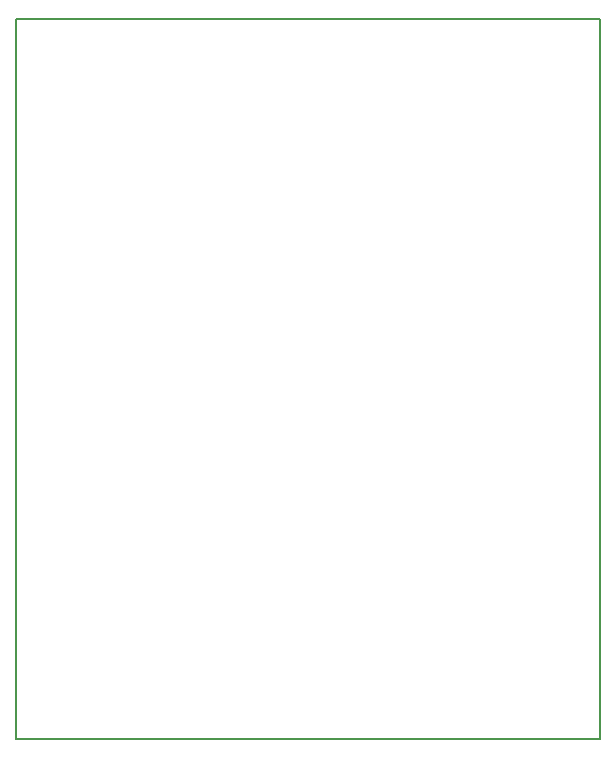
<source format=gbr>
G04 PROTEUS GERBER X2 FILE*
%TF.GenerationSoftware,Labcenter,Proteus,8.12-SP2-Build31155*%
%TF.CreationDate,2022-10-21T15:13:51+00:00*%
%TF.FileFunction,NonPlated,1,2,NPTH*%
%TF.FilePolarity,Positive*%
%TF.Part,Single*%
%TF.SameCoordinates,{a4a464b1-79f5-4a4b-a632-db850109d18e}*%
%FSLAX45Y45*%
%MOMM*%
G01*
%TA.AperFunction,Profile*%
%ADD17C,0.203200*%
%TD.AperFunction*%
D17*
X-7620000Y-1016000D02*
X-2675000Y-1016000D01*
X-2675000Y+5080000D01*
X-7620000Y+5080000D01*
X-7620000Y-1016000D01*
M02*

</source>
